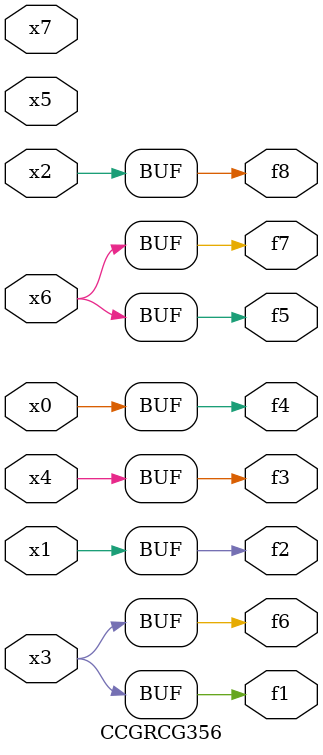
<source format=v>
module CCGRCG356(
	input x0, x1, x2, x3, x4, x5, x6, x7,
	output f1, f2, f3, f4, f5, f6, f7, f8
);
	assign f1 = x3;
	assign f2 = x1;
	assign f3 = x4;
	assign f4 = x0;
	assign f5 = x6;
	assign f6 = x3;
	assign f7 = x6;
	assign f8 = x2;
endmodule

</source>
